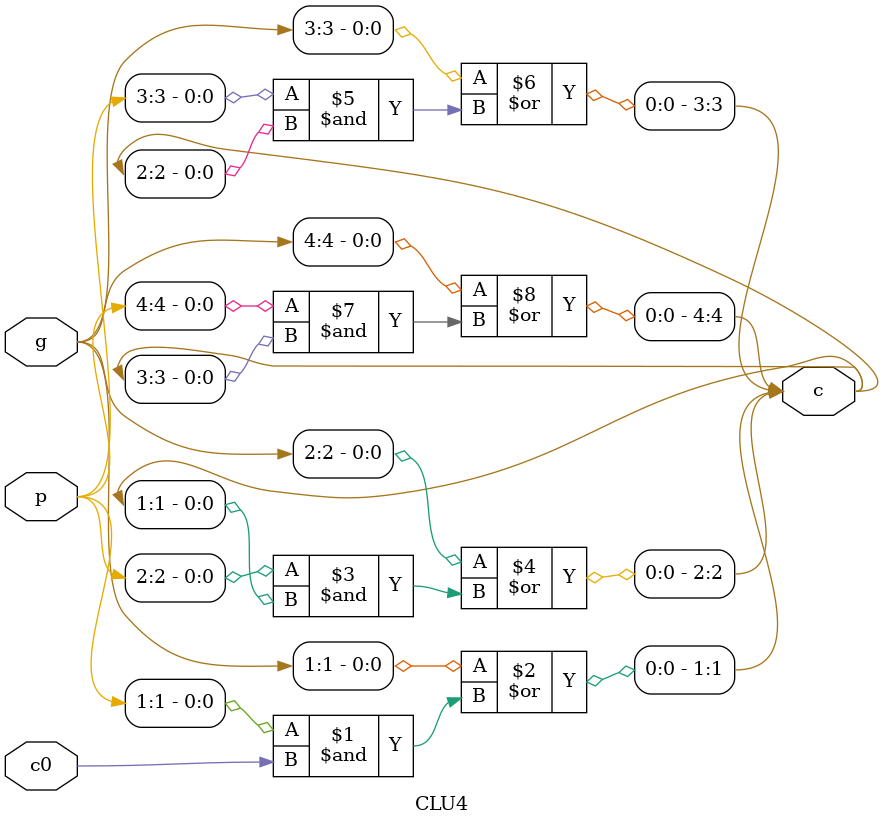
<source format=v>
`timescale 1ns / 1ps


module CLU4(
    output [4:1] c,
    input [4:1] p,g,
    input c0
);
    assign c[1]=g[1] | (p[1] & c0);
    genvar i;
    generate
        for (i=2;i<=4;i=i+1) begin
            assign c[i]=g[i] | (p[i] & c[i-1]);
        end
    endgenerate
endmodule

</source>
